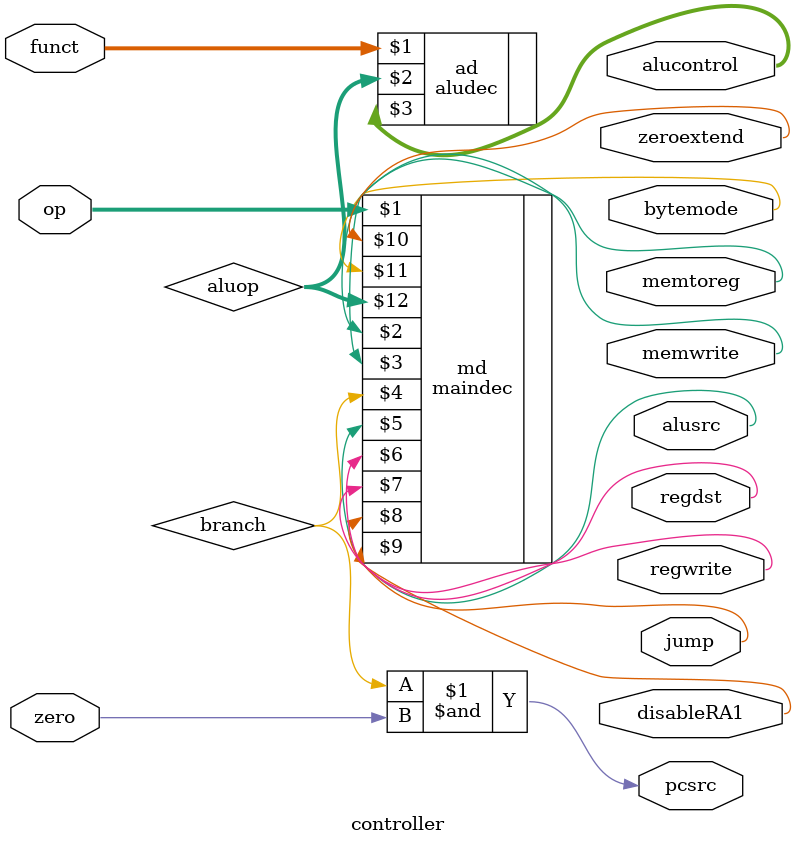
<source format=v>
module controller (
	op,
	funct,
	zero,
	memtoreg,
	memwrite,
	pcsrc,
	alusrc,
	regdst,
	regwrite,
	disableRA1,
	zeroextend,
	bytemode,
	jump,
	alucontrol
);
	input wire [5:0] op;
	input wire [5:0] funct;
	input wire zero;
	output wire memtoreg;
	output wire memwrite;
	output wire pcsrc;
	output wire alusrc;
	output wire regdst;
	output wire regwrite;
	output wire disableRA1;
	output wire zeroextend;
	output wire bytemode;
	output wire jump;
	output wire [3:0] alucontrol;
	wire [1:0] aluop;
	wire branch;
	maindec md(
		op,
		memtoreg,
		memwrite,
		branch,
		alusrc,
		regdst,
		regwrite,
		jump,
		disableRA1,
		zeroextend,
		bytemode,
		aluop
	);
	aludec ad(
		funct,
		aluop,
		alucontrol
	);
	assign pcsrc = branch & zero;
endmodule

</source>
